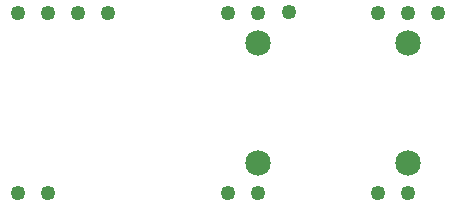
<source format=gbs>
G04 MADE WITH FRITZING*
G04 WWW.FRITZING.ORG*
G04 DOUBLE SIDED*
G04 HOLES PLATED*
G04 CONTOUR ON CENTER OF CONTOUR VECTOR*
%ASAXBY*%
%FSLAX23Y23*%
%MOIN*%
%OFA0B0*%
%SFA1.0B1.0*%
%ADD10C,0.049370*%
%ADD11C,0.085000*%
%LNMASK0*%
G90*
G70*
G54D10*
X1454Y172D03*
X954Y172D03*
X1554Y772D03*
X1055Y773D03*
X954Y772D03*
X1454Y772D03*
X854Y772D03*
X1354Y772D03*
X1354Y172D03*
X854Y172D03*
X1454Y672D03*
X954Y672D03*
X954Y272D03*
X1454Y272D03*
G54D11*
X1454Y672D03*
X1454Y272D03*
X954Y672D03*
X954Y272D03*
G54D10*
X154Y172D03*
X254Y172D03*
X154Y772D03*
X254Y772D03*
X354Y772D03*
X454Y772D03*
G04 End of Mask0*
M02*
</source>
